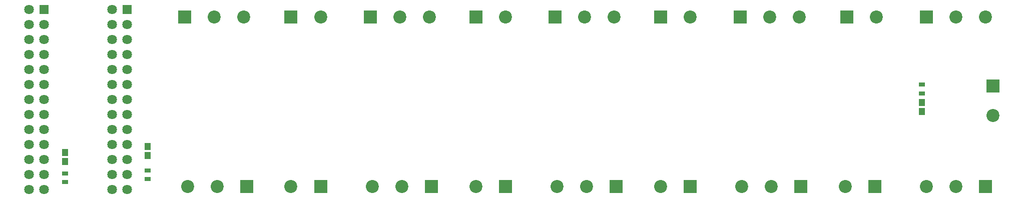
<source format=gts>
G04*
G04 #@! TF.GenerationSoftware,Altium Limited,Altium Designer,21.6.1 (37)*
G04*
G04 Layer_Color=8388736*
%FSLAX44Y44*%
%MOMM*%
G71*
G04*
G04 #@! TF.SameCoordinates,826819EA-234B-40C6-A563-737F89A4C456*
G04*
G04*
G04 #@! TF.FilePolarity,Negative*
G04*
G01*
G75*
%ADD18R,1.0000X0.8000*%
%ADD19R,1.1000X1.2000*%
%ADD20R,1.6300X1.6300*%
%ADD21C,1.6300*%
%ADD22R,2.2000X2.2000*%
%ADD23C,2.2000*%
%ADD24R,2.2000X2.2000*%
D18*
X230000Y77500D02*
D03*
Y62500D02*
D03*
X90000Y72500D02*
D03*
Y57500D02*
D03*
X1540000Y207500D02*
D03*
Y222500D02*
D03*
D19*
X230000Y117500D02*
D03*
Y102500D02*
D03*
X90000Y107500D02*
D03*
Y92500D02*
D03*
X1540000Y177500D02*
D03*
Y192500D02*
D03*
D20*
X195400Y350000D02*
D03*
X55000D02*
D03*
D21*
X170000D02*
D03*
X195400Y324600D02*
D03*
X170000D02*
D03*
X195400Y299200D02*
D03*
X170000D02*
D03*
X195400Y273800D02*
D03*
X170000D02*
D03*
X195400Y248400D02*
D03*
X170000D02*
D03*
X195400Y223000D02*
D03*
X170000D02*
D03*
X195400Y197600D02*
D03*
X170000D02*
D03*
X195400Y172200D02*
D03*
X170000D02*
D03*
X195400Y146800D02*
D03*
X170000D02*
D03*
X195400Y121400D02*
D03*
X170000D02*
D03*
X195400Y96000D02*
D03*
X170000D02*
D03*
X195400Y70600D02*
D03*
X170000D02*
D03*
X195400Y45200D02*
D03*
X170000D02*
D03*
X29600Y350000D02*
D03*
X55000Y324600D02*
D03*
X29600D02*
D03*
X55000Y299200D02*
D03*
X29600D02*
D03*
X55000Y273800D02*
D03*
X29600D02*
D03*
X55000Y248400D02*
D03*
X29600D02*
D03*
X55000Y223000D02*
D03*
X29600D02*
D03*
X55000Y197600D02*
D03*
X29600D02*
D03*
X55000Y172200D02*
D03*
X29600D02*
D03*
X55000Y146800D02*
D03*
X29600D02*
D03*
X55000Y121400D02*
D03*
X29600D02*
D03*
X55000Y96000D02*
D03*
X29600D02*
D03*
X55000Y70600D02*
D03*
X29600D02*
D03*
X55000Y45200D02*
D03*
X29600D02*
D03*
D22*
X1097500Y337500D02*
D03*
X918958D02*
D03*
X785000D02*
D03*
X606457D02*
D03*
X472500D02*
D03*
X292500D02*
D03*
X1547500D02*
D03*
X1232500D02*
D03*
X1412500D02*
D03*
X1647500Y50000D02*
D03*
X1460000D02*
D03*
X1335000D02*
D03*
X1147500D02*
D03*
X1022500D02*
D03*
X835000D02*
D03*
X710000D02*
D03*
X522500D02*
D03*
X397500D02*
D03*
D23*
X1147500Y337500D02*
D03*
X1018958D02*
D03*
X968958D02*
D03*
X835000D02*
D03*
X706458D02*
D03*
X656458D02*
D03*
X522500D02*
D03*
X392500D02*
D03*
X342500D02*
D03*
X1647500D02*
D03*
X1597500D02*
D03*
X1332500D02*
D03*
X1282500D02*
D03*
X1462500D02*
D03*
X1660000Y170000D02*
D03*
X1547500Y50000D02*
D03*
X1597500D02*
D03*
X1410000D02*
D03*
X1235000D02*
D03*
X1285000D02*
D03*
X1097500D02*
D03*
X922500D02*
D03*
X972500D02*
D03*
X785000D02*
D03*
X610000D02*
D03*
X660000D02*
D03*
X472500D02*
D03*
X297500D02*
D03*
X347500D02*
D03*
D24*
X1660000Y220000D02*
D03*
M02*

</source>
